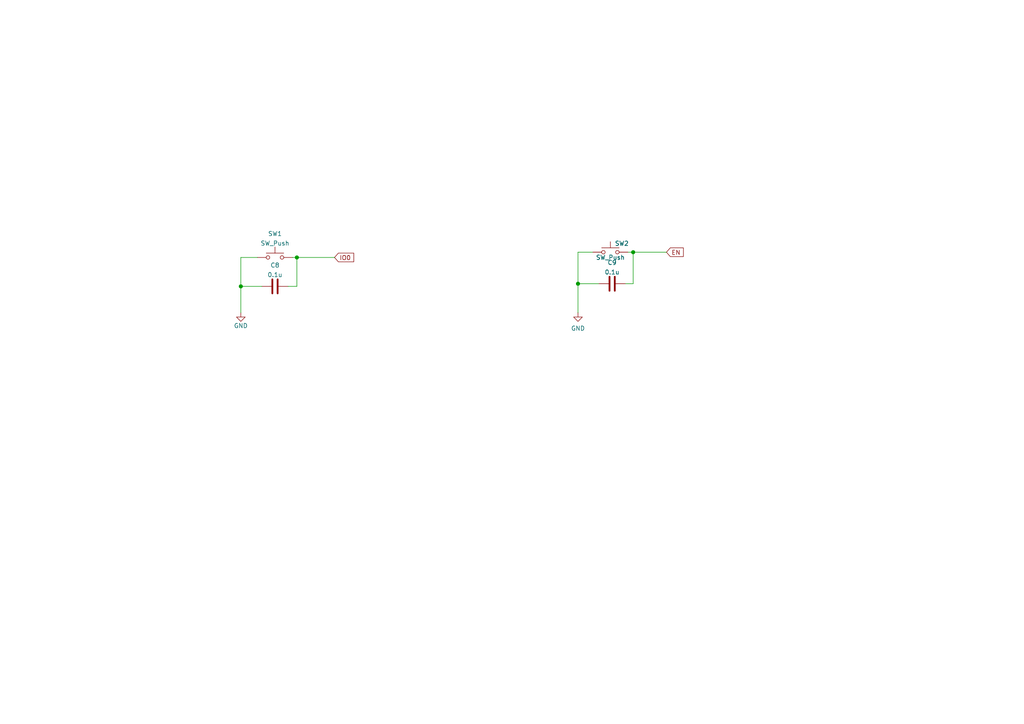
<source format=kicad_sch>
(kicad_sch (version 20210621) (generator eeschema)
  (paper "A4")
  (lib_symbols
    (symbol "Device:C" (pin_numbers hide) (pin_names (offset 0.254))
      (property "Reference" "C" (at 0.635 2.54 0))
      (property "Value" "C" (at 0.635 -2.54 0))
      (symbol "C_0_1"
        (polyline (pts (xy -2.032 -0.762) (xy 2.032 -0.762)) (stroke (width 0.508)))
        (polyline (pts (xy -2.032 0.762) (xy 2.032 0.762)) (stroke (width 0.508)))
      )
      (symbol "C_1_1"
        (pin passive line (at 0 3.81 270) (length 2.794) (name "~") (number "1"))
        (pin passive line (at 0 -3.81 90) (length 2.794) (name "~") (number "2"))
      )
    )
    (symbol "Switch:SW_Push" (pin_numbers hide) (pin_names (offset 1.016) hide)
      (property "Reference" "SW" (at 1.27 2.54 0))
      (property "Value" "SW_Push" (at 0 -1.524 0))
      (symbol "SW_Push_0_1"
        (circle (center -2.032 0) (radius 0.508))
        (circle (center 2.032 0) (radius 0.508))
        (polyline (pts (xy 0 1.27) (xy 0 3.048)))
        (polyline (pts (xy 2.54 1.27) (xy -2.54 1.27)))
        (pin passive line (at -5.08 0 0) (length 2.54) (name "1") (number "1"))
        (pin passive line (at 5.08 0 180) (length 2.54) (name "2") (number "2"))
      )
    )
    (symbol "power:GND" (power) (pin_names (offset 0))
      (property "Value" "GND" (at 0 -3.81 0))
      (symbol "GND_0_1"
        (polyline (pts (xy 0 0) (xy 0 -1.27) (xy 1.27 -1.27) (xy 0 -2.54) (xy -1.27 -1.27) (xy 0 -1.27)))
      )
      (symbol "GND_1_1"
        (pin power_in line (at 0 0 270) (length 0) hide (name "GND") (number "1"))
      )
    )
  )
  (junction (at 69.85 83.058) (diameter 1.016))
  (junction (at 86.106 74.676) (diameter 1.016))
  (junction (at 167.64 82.296) (diameter 1.016))
  (junction (at 183.642 73.152) (diameter 1.016))
  (wire (pts (xy 69.85 74.676) (xy 69.85 83.058)))
  (wire (pts (xy 69.85 83.058) (xy 69.85 90.678)))
  (wire (pts (xy 69.85 83.058) (xy 75.946 83.058)))
  (wire (pts (xy 74.676 74.676) (xy 69.85 74.676)))
  (wire (pts (xy 83.566 83.058) (xy 86.106 83.058)))
  (wire (pts (xy 84.836 74.676) (xy 86.106 74.676)))
  (wire (pts (xy 86.106 74.676) (xy 97.028 74.676)))
  (wire (pts (xy 86.106 83.058) (xy 86.106 74.676)))
  (wire (pts (xy 167.64 73.152) (xy 171.958 73.152)))
  (wire (pts (xy 167.64 82.296) (xy 167.64 73.152)))
  (wire (pts (xy 167.64 82.296) (xy 173.736 82.296)))
  (wire (pts (xy 167.64 90.678) (xy 167.64 82.296)))
  (wire (pts (xy 181.356 82.296) (xy 183.642 82.296)))
  (wire (pts (xy 182.118 73.152) (xy 183.642 73.152)))
  (wire (pts (xy 183.642 73.152) (xy 193.294 73.152)))
  (wire (pts (xy 183.642 82.296) (xy 183.642 73.152)))
  (global_label "IO0" (shape input) (at 97.028 74.676 0) (property "Intersheet References" "${INTERSHEET_REFS}" (effects hide)))
  (global_label "EN" (shape input) (at 193.294 73.152 0) (property "Intersheet References" "${INTERSHEET_REFS}" (effects hide)))
  (symbol (lib_id "power:GND") (at 69.85 90.678 0) (unit 1)
    (property "Reference" "#PWR0122" (effects hide))
    (property "Value" "GND" (at 69.85 94.488 0))
  )
  (symbol (lib_id "power:GND") (at 167.64 90.678 0) (unit 1)
    (property "Reference" "#PWR0123" (effects hide))
    (property "Value" "GND" (at 167.64 95.2406 0))
  )
  (symbol (lib_id "Device:C") (at 79.756 83.058 270) (unit 1)
    (property "Reference" "C8" (at 79.756 76.9324 90))
    (property "Value" "0.1u" (at 79.756 79.7075 90))
    (property "Footprint" "Capacitor_SMD:C_0603_1608Metric" (effects hide))
  )
  (symbol (lib_id "Device:C") (at 177.546 82.296 270) (unit 1)
    (property "Reference" "C9" (at 177.546 76.1704 90))
    (property "Value" "0.1u" (at 177.546 78.9455 90))
    (property "Footprint" "Capacitor_SMD:C_0603_1608Metric" (effects hide))
  )
  (symbol (lib_id "Switch:SW_Push") (at 79.756 74.676 0) (unit 1)
    (property "Reference" "SW1" (at 79.756 67.7884 0))
    (property "Value" "SW_Push" (at 79.756 70.5635 0))
    (property "Footprint" "Button_Switch_SMD:SW_SPST_TL3342" (effects hide))
  )
  (symbol (lib_id "Switch:SW_Push") (at 177.038 73.152 0) (unit 1)
    (property "Reference" "SW2" (at 178.308 70.612 0) (effects (justify left)))
    (property "Value" "SW_Push" (at 177.038 74.676 0))
    (property "Footprint" "Button_Switch_SMD:SW_SPST_TL3342" (effects hide))
  )
)
</source>
